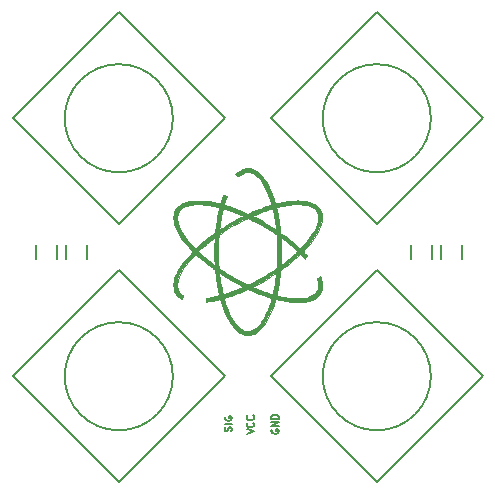
<source format=gto>
%TF.GenerationSoftware,KiCad,Pcbnew,4.0.7*%
%TF.CreationDate,2018-07-15T20:14:49+02:00*%
%TF.ProjectId,KeyPad,4B65795061642E6B696361645F706362,v1.0*%
%TF.FileFunction,Legend,Top*%
%FSLAX46Y46*%
G04 Gerber Fmt 4.6, Leading zero omitted, Abs format (unit mm)*
G04 Created by KiCad (PCBNEW 4.0.7) date 07/15/18 20:14:49*
%MOMM*%
%LPD*%
G01*
G04 APERTURE LIST*
%ADD10C,0.127000*%
%ADD11C,0.150000*%
%ADD12C,0.010000*%
G04 APERTURE END LIST*
D10*
X18048257Y-34599485D02*
X18076829Y-34513771D01*
X18076829Y-34370914D01*
X18048257Y-34313771D01*
X18019686Y-34285200D01*
X17962543Y-34256628D01*
X17905400Y-34256628D01*
X17848257Y-34285200D01*
X17819686Y-34313771D01*
X17791114Y-34370914D01*
X17762543Y-34485200D01*
X17733971Y-34542342D01*
X17705400Y-34570914D01*
X17648257Y-34599485D01*
X17591114Y-34599485D01*
X17533971Y-34570914D01*
X17505400Y-34542342D01*
X17476829Y-34485200D01*
X17476829Y-34342342D01*
X17505400Y-34256628D01*
X18076829Y-33999485D02*
X17476829Y-33999485D01*
X17505400Y-33399485D02*
X17476829Y-33456628D01*
X17476829Y-33542342D01*
X17505400Y-33628057D01*
X17562543Y-33685199D01*
X17619686Y-33713771D01*
X17733971Y-33742342D01*
X17819686Y-33742342D01*
X17933971Y-33713771D01*
X17991114Y-33685199D01*
X18048257Y-33628057D01*
X18076829Y-33542342D01*
X18076829Y-33485199D01*
X18048257Y-33399485D01*
X18019686Y-33370914D01*
X17819686Y-33370914D01*
X17819686Y-33485199D01*
X19350929Y-34836000D02*
X19950929Y-34636000D01*
X19350929Y-34436000D01*
X19893786Y-33893143D02*
X19922357Y-33921714D01*
X19950929Y-34007428D01*
X19950929Y-34064571D01*
X19922357Y-34150286D01*
X19865214Y-34207428D01*
X19808071Y-34236000D01*
X19693786Y-34264571D01*
X19608071Y-34264571D01*
X19493786Y-34236000D01*
X19436643Y-34207428D01*
X19379500Y-34150286D01*
X19350929Y-34064571D01*
X19350929Y-34007428D01*
X19379500Y-33921714D01*
X19408071Y-33893143D01*
X19893786Y-33293143D02*
X19922357Y-33321714D01*
X19950929Y-33407428D01*
X19950929Y-33464571D01*
X19922357Y-33550286D01*
X19865214Y-33607428D01*
X19808071Y-33636000D01*
X19693786Y-33664571D01*
X19608071Y-33664571D01*
X19493786Y-33636000D01*
X19436643Y-33607428D01*
X19379500Y-33550286D01*
X19350929Y-33464571D01*
X19350929Y-33407428D01*
X19379500Y-33321714D01*
X19408071Y-33293143D01*
X21467800Y-34493142D02*
X21439229Y-34550285D01*
X21439229Y-34635999D01*
X21467800Y-34721714D01*
X21524943Y-34778856D01*
X21582086Y-34807428D01*
X21696371Y-34835999D01*
X21782086Y-34835999D01*
X21896371Y-34807428D01*
X21953514Y-34778856D01*
X22010657Y-34721714D01*
X22039229Y-34635999D01*
X22039229Y-34578856D01*
X22010657Y-34493142D01*
X21982086Y-34464571D01*
X21782086Y-34464571D01*
X21782086Y-34578856D01*
X22039229Y-34207428D02*
X21439229Y-34207428D01*
X22039229Y-33864571D01*
X21439229Y-33864571D01*
X22039229Y-33578857D02*
X21439229Y-33578857D01*
X21439229Y-33436000D01*
X21467800Y-33350285D01*
X21524943Y-33293143D01*
X21582086Y-33264571D01*
X21696371Y-33236000D01*
X21782086Y-33236000D01*
X21896371Y-33264571D01*
X21953514Y-33293143D01*
X22010657Y-33350285D01*
X22039229Y-33436000D01*
X22039229Y-33578857D01*
D11*
X34932050Y-8128000D02*
G75*
G03X34932050Y-8128000I-4579050J0D01*
G01*
X21372744Y-8128000D02*
X30353000Y852256D01*
X30353000Y852256D02*
X39333256Y-8128000D01*
X39333256Y-8128000D02*
X30353000Y-17108256D01*
X30353000Y-17108256D02*
X21372744Y-8128000D01*
X13088050Y-8128000D02*
G75*
G03X13088050Y-8128000I-4579050J0D01*
G01*
X-471256Y-8128000D02*
X8509000Y852256D01*
X8509000Y852256D02*
X17489256Y-8128000D01*
X17489256Y-8128000D02*
X8509000Y-17108256D01*
X8509000Y-17108256D02*
X-471256Y-8128000D01*
X4078000Y-20031000D02*
X4078000Y-18831000D01*
X5828000Y-18831000D02*
X5828000Y-20031000D01*
X3288000Y-18831000D02*
X3288000Y-20031000D01*
X1538000Y-20031000D02*
X1538000Y-18831000D01*
X37578000Y-18831000D02*
X37578000Y-20031000D01*
X35828000Y-20031000D02*
X35828000Y-18831000D01*
X33288000Y-20031000D02*
X33288000Y-18831000D01*
X35038000Y-18831000D02*
X35038000Y-20031000D01*
X13088050Y-29972000D02*
G75*
G03X13088050Y-29972000I-4579050J0D01*
G01*
X-471256Y-29972000D02*
X8509000Y-20991744D01*
X8509000Y-20991744D02*
X17489256Y-29972000D01*
X17489256Y-29972000D02*
X8509000Y-38952256D01*
X8509000Y-38952256D02*
X-471256Y-29972000D01*
X34932050Y-29972000D02*
G75*
G03X34932050Y-29972000I-4579050J0D01*
G01*
X21372744Y-29972000D02*
X30353000Y-20991744D01*
X30353000Y-20991744D02*
X39333256Y-29972000D01*
X39333256Y-29972000D02*
X30353000Y-38952256D01*
X30353000Y-38952256D02*
X21372744Y-29972000D01*
D12*
G36*
X19512281Y-12370309D02*
X19579253Y-12372062D01*
X19631710Y-12375859D01*
X19676506Y-12382457D01*
X19720492Y-12392612D01*
X19770520Y-12407082D01*
X19775853Y-12408713D01*
X19962024Y-12480392D01*
X20143626Y-12579553D01*
X20320368Y-12705784D01*
X20491959Y-12858672D01*
X20658110Y-13037804D01*
X20818531Y-13242767D01*
X20972930Y-13473147D01*
X21121017Y-13728533D01*
X21262503Y-14008509D01*
X21397097Y-14312665D01*
X21524508Y-14640586D01*
X21644446Y-14991860D01*
X21686702Y-15127112D01*
X21710484Y-15202919D01*
X21732214Y-15268155D01*
X21750351Y-15318502D01*
X21763350Y-15349641D01*
X21769107Y-15357812D01*
X21785910Y-15354091D01*
X21825618Y-15345061D01*
X21883641Y-15331772D01*
X21955391Y-15315275D01*
X22029740Y-15298131D01*
X22439592Y-15212403D01*
X22838313Y-15146875D01*
X23004627Y-15125186D01*
X23116415Y-15114062D01*
X23244590Y-15105115D01*
X23383646Y-15098418D01*
X23528079Y-15094042D01*
X23672384Y-15092059D01*
X23811056Y-15092542D01*
X23938590Y-15095562D01*
X24049480Y-15101191D01*
X24138222Y-15109502D01*
X24144112Y-15110274D01*
X24394254Y-15152109D01*
X24620521Y-15207417D01*
X24824099Y-15276691D01*
X25006175Y-15360425D01*
X25167934Y-15459111D01*
X25310562Y-15573244D01*
X25352168Y-15612922D01*
X25474575Y-15753533D01*
X25572153Y-15906658D01*
X25645076Y-16071718D01*
X25693516Y-16248138D01*
X25717648Y-16435340D01*
X25717646Y-16632748D01*
X25693683Y-16839785D01*
X25645934Y-17055875D01*
X25574571Y-17280440D01*
X25479769Y-17512904D01*
X25361701Y-17752691D01*
X25220542Y-17999223D01*
X25056464Y-18251924D01*
X24869643Y-18510217D01*
X24660250Y-18773525D01*
X24428461Y-19041272D01*
X24266296Y-19216964D01*
X24212088Y-19274874D01*
X24165401Y-19325840D01*
X24129419Y-19366297D01*
X24107324Y-19392682D01*
X24101778Y-19401167D01*
X24111159Y-19415997D01*
X24135086Y-19442523D01*
X24152711Y-19459982D01*
X24180992Y-19488240D01*
X24223185Y-19531967D01*
X24274169Y-19585790D01*
X24328825Y-19644335D01*
X24344269Y-19661036D01*
X24484895Y-19813461D01*
X24402697Y-19867259D01*
X24353144Y-19902290D01*
X24307008Y-19939242D01*
X24278760Y-19965614D01*
X24237019Y-20010172D01*
X24051630Y-19815895D01*
X23866240Y-19621619D01*
X23705315Y-19770768D01*
X23349878Y-20087305D01*
X22968058Y-20402453D01*
X22558961Y-20716949D01*
X22535117Y-20734637D01*
X22436492Y-20807620D01*
X22358134Y-20865714D01*
X22297724Y-20910954D01*
X22252942Y-20945375D01*
X22221469Y-20971009D01*
X22200987Y-20989892D01*
X22189177Y-21004057D01*
X22183718Y-21015539D01*
X22182293Y-21026372D01*
X22182581Y-21038590D01*
X22182658Y-21043796D01*
X22180425Y-21095104D01*
X22174078Y-21170477D01*
X22164123Y-21266141D01*
X22151067Y-21378319D01*
X22135417Y-21503237D01*
X22117679Y-21637119D01*
X22098359Y-21776188D01*
X22077966Y-21916671D01*
X22057004Y-22054791D01*
X22035980Y-22186773D01*
X22015402Y-22308841D01*
X22005233Y-22366112D01*
X21988810Y-22454223D01*
X21969819Y-22551965D01*
X21949261Y-22654571D01*
X21928140Y-22757274D01*
X21907461Y-22855306D01*
X21888226Y-22943901D01*
X21871439Y-23018291D01*
X21858103Y-23073709D01*
X21850335Y-23102008D01*
X21851323Y-23112611D01*
X21863999Y-23122732D01*
X21892214Y-23133835D01*
X21939819Y-23147384D01*
X22010663Y-23164846D01*
X22023413Y-23167865D01*
X22321241Y-23234117D01*
X22599093Y-23287247D01*
X22861674Y-23327821D01*
X23113688Y-23356410D01*
X23359838Y-23373582D01*
X23604829Y-23379905D01*
X23765841Y-23378463D01*
X23929961Y-23373054D01*
X24072139Y-23364082D01*
X24198515Y-23350749D01*
X24315235Y-23332257D01*
X24428440Y-23307806D01*
X24540231Y-23277778D01*
X24724560Y-23212968D01*
X24888856Y-23132047D01*
X25032074Y-23035937D01*
X25153168Y-22925561D01*
X25251093Y-22801841D01*
X25324805Y-22665700D01*
X25365343Y-22549556D01*
X25389887Y-22416849D01*
X25397294Y-22266682D01*
X25387759Y-22103868D01*
X25361478Y-21933220D01*
X25335844Y-21821678D01*
X25321041Y-21763677D01*
X25309408Y-21716146D01*
X25302503Y-21685552D01*
X25301276Y-21678018D01*
X25313166Y-21667050D01*
X25343327Y-21650909D01*
X25363573Y-21642016D01*
X25411192Y-21619941D01*
X25467389Y-21590418D01*
X25502914Y-21569997D01*
X25580010Y-21523572D01*
X25623764Y-21666147D01*
X25659733Y-21790181D01*
X25685512Y-21897689D01*
X25702533Y-21997866D01*
X25712226Y-22099904D01*
X25716021Y-22212997D01*
X25716216Y-22260278D01*
X25714209Y-22373560D01*
X25707658Y-22467517D01*
X25695026Y-22550885D01*
X25674775Y-22632401D01*
X25645368Y-22720802D01*
X25626243Y-22771627D01*
X25550552Y-22928676D01*
X25450197Y-23073801D01*
X25326522Y-23206035D01*
X25180872Y-23324408D01*
X25014591Y-23427952D01*
X24829024Y-23515699D01*
X24625515Y-23586681D01*
X24426334Y-23635793D01*
X24329808Y-23654551D01*
X24243457Y-23669309D01*
X24161717Y-23680517D01*
X24079024Y-23688624D01*
X23989812Y-23694081D01*
X23888518Y-23697337D01*
X23769577Y-23698841D01*
X23643167Y-23699070D01*
X23416546Y-23695453D01*
X23199343Y-23684752D01*
X22985570Y-23666232D01*
X22769238Y-23639155D01*
X22544357Y-23602786D01*
X22304939Y-23556388D01*
X22076834Y-23506533D01*
X21994176Y-23487688D01*
X21919547Y-23470723D01*
X21857906Y-23456761D01*
X21814210Y-23446926D01*
X21794028Y-23442468D01*
X21779152Y-23442554D01*
X21766994Y-23453308D01*
X21754835Y-23479620D01*
X21739954Y-23526381D01*
X21732070Y-23553890D01*
X21640618Y-23856097D01*
X21538831Y-24152385D01*
X21428153Y-24439570D01*
X21310027Y-24714472D01*
X21185896Y-24973908D01*
X21057203Y-25214696D01*
X20925392Y-25433654D01*
X20791907Y-25627600D01*
X20790766Y-25629137D01*
X20627366Y-25831891D01*
X20458621Y-26007592D01*
X20284757Y-26156067D01*
X20105997Y-26277142D01*
X19922565Y-26370644D01*
X19755556Y-26430532D01*
X19678944Y-26447146D01*
X19584600Y-26459199D01*
X19481109Y-26466370D01*
X19377057Y-26468340D01*
X19281029Y-26464788D01*
X19201610Y-26455397D01*
X19184056Y-26451802D01*
X18996290Y-26395294D01*
X18814858Y-26313661D01*
X18639170Y-26206429D01*
X18468637Y-26073124D01*
X18302673Y-25913271D01*
X18140687Y-25726396D01*
X17982091Y-25512026D01*
X17939769Y-25449361D01*
X17811553Y-25241784D01*
X17685373Y-25009780D01*
X17562881Y-24757143D01*
X17445727Y-24487666D01*
X17335561Y-24205142D01*
X17234036Y-23913365D01*
X17144485Y-23622000D01*
X17125481Y-23557745D01*
X17108367Y-23503382D01*
X17095043Y-23464715D01*
X17087487Y-23447641D01*
X17070851Y-23446567D01*
X17031856Y-23451587D01*
X16975495Y-23461841D01*
X16906761Y-23476467D01*
X16867630Y-23485552D01*
X16665309Y-23531431D01*
X16461109Y-23573238D01*
X16265625Y-23608879D01*
X16143112Y-23628523D01*
X16077477Y-23638409D01*
X16018758Y-23647350D01*
X15974799Y-23654147D01*
X15957382Y-23656925D01*
X15919818Y-23663131D01*
X15922104Y-23501521D01*
X15924214Y-23352240D01*
X17399000Y-23352240D01*
X17403232Y-23372874D01*
X17415004Y-23415900D01*
X17432937Y-23476938D01*
X17455647Y-23551606D01*
X17481753Y-23635523D01*
X17509875Y-23724306D01*
X17538628Y-23813576D01*
X17566633Y-23898950D01*
X17592508Y-23976046D01*
X17614870Y-24040484D01*
X17624097Y-24066030D01*
X17746199Y-24378450D01*
X17873794Y-24667322D01*
X18006526Y-24932164D01*
X18144038Y-25172494D01*
X18285972Y-25387830D01*
X18431972Y-25577690D01*
X18581679Y-25741591D01*
X18734738Y-25879052D01*
X18890790Y-25989590D01*
X19049479Y-26072724D01*
X19135486Y-26105832D01*
X19285970Y-26143423D01*
X19436610Y-26154076D01*
X19591347Y-26137940D01*
X19649723Y-26125382D01*
X19799149Y-26075243D01*
X19949247Y-25997664D01*
X20099160Y-25893387D01*
X20248029Y-25763153D01*
X20394994Y-25607703D01*
X20539197Y-25427779D01*
X20661790Y-25251834D01*
X20720637Y-25156640D01*
X20786509Y-25040912D01*
X20856455Y-24910518D01*
X20927524Y-24771322D01*
X20996764Y-24629192D01*
X21061222Y-24489994D01*
X21117949Y-24359593D01*
X21148143Y-24285223D01*
X21182375Y-24195593D01*
X21218506Y-24096771D01*
X21255446Y-23992158D01*
X21292105Y-23885157D01*
X21327392Y-23779170D01*
X21360217Y-23677599D01*
X21389488Y-23583845D01*
X21414116Y-23501312D01*
X21433010Y-23433400D01*
X21445079Y-23383512D01*
X21449232Y-23355051D01*
X21447965Y-23349891D01*
X21433566Y-23344543D01*
X21395557Y-23331456D01*
X21337139Y-23311706D01*
X21261512Y-23286364D01*
X21171877Y-23256507D01*
X21071435Y-23223207D01*
X21004389Y-23201056D01*
X20725396Y-23105592D01*
X20440273Y-23001603D01*
X20157674Y-22892425D01*
X19886249Y-22781393D01*
X19652093Y-22679689D01*
X19428685Y-22579475D01*
X19221704Y-22671651D01*
X19064038Y-22740378D01*
X18895101Y-22811330D01*
X18718557Y-22883139D01*
X18538069Y-22954443D01*
X18357301Y-23023875D01*
X18179916Y-23090071D01*
X18009578Y-23151665D01*
X17849950Y-23207293D01*
X17704696Y-23255590D01*
X17577478Y-23295191D01*
X17471961Y-23324730D01*
X17462432Y-23327156D01*
X17424940Y-23338371D01*
X17402174Y-23348601D01*
X17399000Y-23352240D01*
X15924214Y-23352240D01*
X15924389Y-23339910D01*
X15966723Y-23332755D01*
X16002509Y-23327020D01*
X16054556Y-23319041D01*
X16107834Y-23311102D01*
X16222504Y-23292658D01*
X16355499Y-23268600D01*
X16497902Y-23240687D01*
X16640797Y-23210677D01*
X16775265Y-23180330D01*
X16797208Y-23175129D01*
X17006805Y-23125052D01*
X16998971Y-23087776D01*
X16993574Y-23062538D01*
X16983280Y-23014771D01*
X16969178Y-22949523D01*
X16952360Y-22871844D01*
X16933918Y-22786785D01*
X16933832Y-22786389D01*
X16886079Y-22554111D01*
X16839542Y-22304287D01*
X16796132Y-22047583D01*
X16764818Y-21843601D01*
X16757068Y-21787864D01*
X16747486Y-21714761D01*
X16736596Y-21628722D01*
X16724923Y-21534174D01*
X16712991Y-21435545D01*
X16701325Y-21337263D01*
X16690449Y-21243757D01*
X16688092Y-21222975D01*
X17008634Y-21222975D01*
X17027323Y-21381793D01*
X17065725Y-21681787D01*
X17110323Y-21983830D01*
X17159836Y-22280235D01*
X17212986Y-22563320D01*
X17264900Y-22809423D01*
X17281620Y-22884391D01*
X17295922Y-22949141D01*
X17306766Y-22998916D01*
X17313113Y-23028957D01*
X17314334Y-23035628D01*
X17327269Y-23034686D01*
X17364477Y-23025244D01*
X17423560Y-23008034D01*
X17502124Y-22983791D01*
X17597769Y-22953246D01*
X17708101Y-22917132D01*
X17779270Y-22893458D01*
X18112874Y-22776682D01*
X18452722Y-22647899D01*
X18776299Y-22515948D01*
X19033037Y-22407261D01*
X19825276Y-22407261D01*
X19826993Y-22408658D01*
X19851217Y-22420192D01*
X19897461Y-22440422D01*
X19961520Y-22467622D01*
X20039188Y-22500065D01*
X20126257Y-22536023D01*
X20218521Y-22573771D01*
X20311776Y-22611581D01*
X20401813Y-22647725D01*
X20484428Y-22680478D01*
X20555413Y-22708113D01*
X20569709Y-22713584D01*
X20645454Y-22741816D01*
X20734150Y-22773817D01*
X20832081Y-22808347D01*
X20935531Y-22844165D01*
X21040786Y-22880032D01*
X21144129Y-22914706D01*
X21241845Y-22946949D01*
X21330217Y-22975518D01*
X21405531Y-22999175D01*
X21464071Y-23016678D01*
X21502121Y-23026788D01*
X21514047Y-23028806D01*
X21533690Y-23023942D01*
X21546900Y-23004120D01*
X21558026Y-22962784D01*
X21558127Y-22962306D01*
X21603340Y-22746474D01*
X21642611Y-22553333D01*
X21676768Y-22378174D01*
X21706641Y-22216291D01*
X21733058Y-22062975D01*
X21756849Y-21913518D01*
X21778842Y-21763214D01*
X21799866Y-21607354D01*
X21808374Y-21540942D01*
X21819238Y-21454147D01*
X21828765Y-21376427D01*
X21836418Y-21312308D01*
X21841657Y-21266320D01*
X21843944Y-21242990D01*
X21844000Y-21241556D01*
X21832955Y-21242718D01*
X21802485Y-21257408D01*
X21756592Y-21283413D01*
X21699276Y-21318519D01*
X21664084Y-21341067D01*
X21380962Y-21520921D01*
X21084135Y-21701514D01*
X20780907Y-21878640D01*
X20478585Y-22048092D01*
X20184474Y-22205667D01*
X19982168Y-22309270D01*
X19907210Y-22347954D01*
X19856963Y-22376611D01*
X19830096Y-22396096D01*
X19825276Y-22407261D01*
X19033037Y-22407261D01*
X19047284Y-22401230D01*
X18762892Y-22253143D01*
X18308652Y-22009697D01*
X17872599Y-21761455D01*
X17444721Y-21502550D01*
X17045067Y-21246871D01*
X17008634Y-21222975D01*
X16688092Y-21222975D01*
X16680887Y-21159455D01*
X16673165Y-21088784D01*
X16667805Y-21036173D01*
X16665333Y-21006050D01*
X16665227Y-21002609D01*
X16654302Y-20989577D01*
X16623997Y-20963265D01*
X16578014Y-20926638D01*
X16520055Y-20882655D01*
X16464139Y-20841702D01*
X16203264Y-20648695D01*
X15941336Y-20445596D01*
X15685658Y-20238283D01*
X15443533Y-20032635D01*
X15291833Y-19898081D01*
X15226799Y-19839395D01*
X15163873Y-19782846D01*
X15108219Y-19733055D01*
X15065000Y-19694648D01*
X15046255Y-19678180D01*
X14981678Y-19621970D01*
X14856123Y-19755791D01*
X14602303Y-20036082D01*
X14373143Y-20309528D01*
X14168878Y-20575753D01*
X13989743Y-20834379D01*
X13835973Y-21085032D01*
X13707802Y-21327333D01*
X13605464Y-21560907D01*
X13529196Y-21785377D01*
X13489199Y-21947749D01*
X13466847Y-22097061D01*
X13459378Y-22247465D01*
X13466348Y-22393232D01*
X13487317Y-22528634D01*
X13521843Y-22647944D01*
X13547729Y-22707164D01*
X13630969Y-22841808D01*
X13735015Y-22961277D01*
X13855368Y-23060483D01*
X13867053Y-23068382D01*
X13905752Y-23095739D01*
X13932755Y-23118005D01*
X13941778Y-23129421D01*
X13938454Y-23148309D01*
X13929844Y-23185514D01*
X13920612Y-23222110D01*
X13908345Y-23283110D01*
X13900705Y-23347867D01*
X13899445Y-23378021D01*
X13897601Y-23419596D01*
X13892861Y-23446696D01*
X13888638Y-23452667D01*
X13867188Y-23444982D01*
X13828551Y-23424314D01*
X13778392Y-23394243D01*
X13722376Y-23358350D01*
X13666165Y-23320213D01*
X13615424Y-23283414D01*
X13592297Y-23265362D01*
X13478797Y-23158322D01*
X13375141Y-23030898D01*
X13286460Y-22890531D01*
X13217885Y-22744665D01*
X13200919Y-22697723D01*
X13166553Y-22564351D01*
X13145186Y-22413654D01*
X13137256Y-22253577D01*
X13143199Y-22092066D01*
X13160117Y-21955848D01*
X13213002Y-21720615D01*
X13292799Y-21477622D01*
X13399527Y-21226839D01*
X13533205Y-20968233D01*
X13693852Y-20701772D01*
X13881486Y-20427427D01*
X14096127Y-20145164D01*
X14337794Y-19854952D01*
X14584864Y-19579993D01*
X14753239Y-19398744D01*
X15213239Y-19398744D01*
X15392425Y-19561396D01*
X15521277Y-19677371D01*
X15640125Y-19782017D01*
X15756972Y-19882186D01*
X15879821Y-19984730D01*
X16016676Y-20096502D01*
X16030223Y-20107466D01*
X16111837Y-20172900D01*
X16196679Y-20239895D01*
X16281705Y-20306148D01*
X16363870Y-20369353D01*
X16440129Y-20427208D01*
X16507438Y-20477406D01*
X16562752Y-20517644D01*
X16603026Y-20545618D01*
X16625217Y-20559023D01*
X16627947Y-20559860D01*
X16634477Y-20548415D01*
X16632388Y-20528139D01*
X16629972Y-20506556D01*
X16626763Y-20460459D01*
X16622953Y-20393538D01*
X16618732Y-20309484D01*
X16614292Y-20211989D01*
X16609822Y-20104741D01*
X16607761Y-20051889D01*
X16602809Y-19887625D01*
X16599647Y-19706077D01*
X16598220Y-19512986D01*
X16598292Y-19457084D01*
X16925925Y-19457084D01*
X16926239Y-19644633D01*
X16927610Y-19827974D01*
X16930036Y-20004253D01*
X16933519Y-20170619D01*
X16938058Y-20324218D01*
X16943652Y-20462197D01*
X16950303Y-20581702D01*
X16958009Y-20679881D01*
X16966772Y-20753881D01*
X16970671Y-20776576D01*
X16976215Y-20791149D01*
X16989092Y-20808094D01*
X17011932Y-20829441D01*
X17047365Y-20857219D01*
X17098022Y-20893455D01*
X17166534Y-20940178D01*
X17255530Y-20999417D01*
X17284033Y-21018229D01*
X17565692Y-21199584D01*
X17863405Y-21383283D01*
X18166430Y-21562801D01*
X18400889Y-21696468D01*
X18459435Y-21728708D01*
X18532961Y-21768365D01*
X18618279Y-21813793D01*
X18712200Y-21863346D01*
X18811537Y-21915378D01*
X18913101Y-21968240D01*
X19013706Y-22020287D01*
X19110161Y-22069872D01*
X19199281Y-22115348D01*
X19277876Y-22155070D01*
X19342758Y-22187389D01*
X19390740Y-22210659D01*
X19418634Y-22223235D01*
X19424154Y-22225000D01*
X19438290Y-22218895D01*
X19474445Y-22201619D01*
X19529448Y-22174734D01*
X19600130Y-22139801D01*
X19683322Y-22098383D01*
X19775855Y-22052041D01*
X19809029Y-22035366D01*
X20180147Y-21843926D01*
X20531958Y-21652337D01*
X20872971Y-21455689D01*
X21211696Y-21249070D01*
X21556644Y-21027572D01*
X21563518Y-21023053D01*
X21882758Y-20813099D01*
X21891530Y-20704133D01*
X21904257Y-20529253D01*
X21905227Y-20512223D01*
X22227282Y-20512223D01*
X22227465Y-20546370D01*
X22230847Y-20559878D01*
X22230988Y-20559889D01*
X22244908Y-20551827D01*
X22277161Y-20529600D01*
X22323631Y-20496149D01*
X22380202Y-20454413D01*
X22412548Y-20430184D01*
X22583690Y-20299073D01*
X22759716Y-20160010D01*
X22935714Y-20017080D01*
X23106772Y-19874369D01*
X23267977Y-19735964D01*
X23414418Y-19605948D01*
X23514751Y-19513443D01*
X23640334Y-19395276D01*
X23437140Y-19211379D01*
X23252479Y-19046322D01*
X23078976Y-18895893D01*
X22908935Y-18753717D01*
X22734657Y-18613424D01*
X22548445Y-18468639D01*
X22445178Y-18390090D01*
X22378818Y-18340481D01*
X22320407Y-18297845D01*
X22273539Y-18264723D01*
X22241806Y-18243652D01*
X22228801Y-18237170D01*
X22228757Y-18237207D01*
X22227751Y-18252384D01*
X22228110Y-18291889D01*
X22229715Y-18351866D01*
X22232447Y-18428458D01*
X22236187Y-18517811D01*
X22239850Y-18596410D01*
X22242891Y-18677017D01*
X22245337Y-18778976D01*
X22247204Y-18898791D01*
X22248512Y-19032964D01*
X22249278Y-19178000D01*
X22249520Y-19330401D01*
X22249255Y-19486672D01*
X22248501Y-19643315D01*
X22247277Y-19796833D01*
X22245599Y-19943732D01*
X22243486Y-20080513D01*
X22240955Y-20203681D01*
X22238025Y-20309739D01*
X22234712Y-20395190D01*
X22231036Y-20456537D01*
X22230347Y-20464639D01*
X22227282Y-20512223D01*
X21905227Y-20512223D01*
X21914440Y-20350557D01*
X21922226Y-20163493D01*
X21927760Y-19963508D01*
X21931188Y-19746051D01*
X21932656Y-19506569D01*
X21932734Y-19416889D01*
X21932315Y-19228159D01*
X21931060Y-19061329D01*
X21928770Y-18910087D01*
X21925243Y-18768117D01*
X21920280Y-18629107D01*
X21913681Y-18486742D01*
X21905244Y-18334707D01*
X21894769Y-18166691D01*
X21891448Y-18115976D01*
X21882415Y-17979230D01*
X21605680Y-17797266D01*
X21179387Y-17524630D01*
X20756464Y-17270061D01*
X20327505Y-17028140D01*
X19883107Y-16793450D01*
X19717825Y-16709835D01*
X19433149Y-16567386D01*
X19266269Y-16646614D01*
X19021705Y-16766685D01*
X18760518Y-16902256D01*
X18487585Y-17050543D01*
X18207781Y-17208763D01*
X17925983Y-17374131D01*
X17647066Y-17543863D01*
X17375907Y-17715176D01*
X17242014Y-17802363D01*
X16979193Y-17975360D01*
X16970630Y-18050541D01*
X16961437Y-18147574D01*
X16953301Y-18266076D01*
X16946221Y-18403195D01*
X16940197Y-18556078D01*
X16935230Y-18721870D01*
X16931320Y-18897720D01*
X16928465Y-19080775D01*
X16926667Y-19268180D01*
X16925925Y-19457084D01*
X16598292Y-19457084D01*
X16598477Y-19314093D01*
X16600364Y-19115138D01*
X16603830Y-18921863D01*
X16608821Y-18740007D01*
X16615286Y-18575313D01*
X16622497Y-18443760D01*
X16626792Y-18370985D01*
X16629664Y-18308814D01*
X16630935Y-18262392D01*
X16630432Y-18236866D01*
X16629672Y-18233635D01*
X16615828Y-18238933D01*
X16582628Y-18260281D01*
X16532514Y-18295797D01*
X16467924Y-18343601D01*
X16391296Y-18401811D01*
X16305071Y-18468545D01*
X16211687Y-18541922D01*
X16113583Y-18620061D01*
X16013199Y-18701079D01*
X15912973Y-18783097D01*
X15853834Y-18832083D01*
X15745754Y-18922471D01*
X15653467Y-19000741D01*
X15570710Y-19072380D01*
X15491219Y-19142876D01*
X15408733Y-19217719D01*
X15316986Y-19302395D01*
X15314814Y-19304412D01*
X15213239Y-19398744D01*
X14753239Y-19398744D01*
X14756102Y-19395663D01*
X14615572Y-19247526D01*
X14352604Y-18959365D01*
X14114171Y-18675273D01*
X13900606Y-18395784D01*
X13712244Y-18121432D01*
X13549417Y-17852749D01*
X13412460Y-17590268D01*
X13301707Y-17334523D01*
X13217491Y-17086047D01*
X13184691Y-16961556D01*
X13164323Y-16854395D01*
X13149541Y-16732997D01*
X13140791Y-16606115D01*
X13138700Y-16492487D01*
X13460190Y-16492487D01*
X13462230Y-16617712D01*
X13472956Y-16742617D01*
X13489267Y-16843977D01*
X13543783Y-17054378D01*
X13623326Y-17274930D01*
X13727141Y-17504299D01*
X13854474Y-17741152D01*
X14004572Y-17984155D01*
X14176682Y-18231974D01*
X14370048Y-18483276D01*
X14512797Y-18654889D01*
X14579689Y-18732021D01*
X14649314Y-18810674D01*
X14718989Y-18887979D01*
X14786034Y-18961068D01*
X14847767Y-19027071D01*
X14901506Y-19083120D01*
X14944570Y-19126346D01*
X14974277Y-19153879D01*
X14987631Y-19162889D01*
X15002693Y-19153735D01*
X15033415Y-19128881D01*
X15075162Y-19092243D01*
X15118174Y-19052579D01*
X15298312Y-18887613D01*
X15497954Y-18713272D01*
X15711892Y-18533815D01*
X15934921Y-18353500D01*
X16161833Y-18176586D01*
X16387422Y-18007333D01*
X16466634Y-17949585D01*
X16539895Y-17896064D01*
X16593137Y-17855513D01*
X16629617Y-17824941D01*
X16652592Y-17801357D01*
X16665318Y-17781770D01*
X16671052Y-17763188D01*
X16671316Y-17761596D01*
X16675298Y-17731715D01*
X16681454Y-17680075D01*
X16689059Y-17612989D01*
X16696801Y-17542139D01*
X17018000Y-17542139D01*
X17023562Y-17548102D01*
X17041856Y-17543146D01*
X17075292Y-17525994D01*
X17126284Y-17495370D01*
X17197244Y-17449997D01*
X17219084Y-17435743D01*
X17295460Y-17386444D01*
X17388398Y-17327550D01*
X17490197Y-17263880D01*
X17593152Y-17200248D01*
X17689561Y-17141471D01*
X17695274Y-17138020D01*
X17887116Y-17024026D01*
X18087588Y-16908256D01*
X18289907Y-16794488D01*
X18487288Y-16686502D01*
X18672949Y-16588076D01*
X18792421Y-16526832D01*
X18867741Y-16488435D01*
X18933588Y-16454038D01*
X18986106Y-16425725D01*
X19021434Y-16405580D01*
X19035716Y-16395688D01*
X19035838Y-16395349D01*
X19033312Y-16393629D01*
X19809676Y-16393629D01*
X20075422Y-16531484D01*
X20387871Y-16697250D01*
X20699575Y-16869751D01*
X21004330Y-17045394D01*
X21295931Y-17220586D01*
X21568171Y-17391736D01*
X21625014Y-17428597D01*
X21692923Y-17472647D01*
X21752099Y-17510555D01*
X21798748Y-17539928D01*
X21829073Y-17558373D01*
X21839284Y-17563642D01*
X21838475Y-17549443D01*
X21834538Y-17511540D01*
X21827967Y-17454221D01*
X21819254Y-17381772D01*
X21808894Y-17298478D01*
X21807298Y-17285860D01*
X21767792Y-16994815D01*
X21724613Y-16718359D01*
X21675575Y-16442899D01*
X21652210Y-16321715D01*
X21631986Y-16220961D01*
X21611271Y-16121237D01*
X21590952Y-16026476D01*
X21571911Y-15940611D01*
X21555035Y-15867575D01*
X21541209Y-15811300D01*
X21531317Y-15775720D01*
X21526915Y-15764878D01*
X21511706Y-15766631D01*
X21473955Y-15776097D01*
X21417866Y-15791979D01*
X21347641Y-15812978D01*
X21267484Y-15837795D01*
X21181597Y-15865131D01*
X21094183Y-15893688D01*
X21009446Y-15922166D01*
X20940889Y-15945967D01*
X20755187Y-16012919D01*
X20566624Y-16083284D01*
X20380922Y-16154813D01*
X20203804Y-16225262D01*
X20040991Y-16292382D01*
X19898205Y-16353926D01*
X19870811Y-16366152D01*
X19809676Y-16393629D01*
X19033312Y-16393629D01*
X19023262Y-16386788D01*
X18987722Y-16369407D01*
X18932569Y-16344594D01*
X18861151Y-16313734D01*
X18776818Y-16278215D01*
X18682918Y-16239423D01*
X18582800Y-16198745D01*
X18479815Y-16157567D01*
X18377310Y-16117277D01*
X18278636Y-16079261D01*
X18209454Y-16053186D01*
X18095537Y-16011413D01*
X17979108Y-15969953D01*
X17863289Y-15929810D01*
X17751203Y-15891985D01*
X17645972Y-15857481D01*
X17550719Y-15827300D01*
X17468565Y-15802443D01*
X17402634Y-15783914D01*
X17356047Y-15772714D01*
X17331927Y-15769846D01*
X17329538Y-15770761D01*
X17323419Y-15787730D01*
X17312613Y-15828095D01*
X17298077Y-15887598D01*
X17280763Y-15961982D01*
X17261626Y-16046991D01*
X17241619Y-16138366D01*
X17221698Y-16231851D01*
X17202816Y-16323188D01*
X17185926Y-16408120D01*
X17181262Y-16432389D01*
X17165514Y-16518591D01*
X17148214Y-16619251D01*
X17129946Y-16730402D01*
X17111293Y-16848077D01*
X17092840Y-16968307D01*
X17075170Y-17087127D01*
X17058866Y-17200569D01*
X17044513Y-17304665D01*
X17032693Y-17395449D01*
X17023991Y-17468954D01*
X17018990Y-17521211D01*
X17018000Y-17542139D01*
X16696801Y-17542139D01*
X16697388Y-17536769D01*
X16700792Y-17504834D01*
X16738614Y-17187398D01*
X16785846Y-16857340D01*
X16840721Y-16525520D01*
X16901474Y-16202799D01*
X16949719Y-15973778D01*
X16967975Y-15890724D01*
X16984045Y-15816432D01*
X16996938Y-15755578D01*
X17005664Y-15712839D01*
X17009231Y-15692890D01*
X17009241Y-15692783D01*
X17001056Y-15681486D01*
X16973776Y-15668041D01*
X16925970Y-15652065D01*
X16856204Y-15633172D01*
X16763046Y-15610980D01*
X16645063Y-15585103D01*
X16500822Y-15555156D01*
X16481778Y-15551291D01*
X16140082Y-15489443D01*
X15812773Y-15445088D01*
X15501025Y-15418244D01*
X15206012Y-15408930D01*
X14928906Y-15417165D01*
X14670881Y-15442968D01*
X14433111Y-15486357D01*
X14315723Y-15516485D01*
X14133353Y-15579792D01*
X13970202Y-15659722D01*
X13827451Y-15755200D01*
X13706279Y-15865146D01*
X13607867Y-15988485D01*
X13533394Y-16124138D01*
X13484040Y-16271028D01*
X13482595Y-16277167D01*
X13466943Y-16375965D01*
X13460190Y-16492487D01*
X13138700Y-16492487D01*
X13138516Y-16482501D01*
X13143163Y-16370909D01*
X13151167Y-16302158D01*
X13179337Y-16176112D01*
X13222407Y-16044383D01*
X13275746Y-15919985D01*
X13310411Y-15854861D01*
X13383832Y-15748651D01*
X13479143Y-15641293D01*
X13590698Y-15537830D01*
X13712852Y-15443301D01*
X13839960Y-15362750D01*
X13893133Y-15334465D01*
X13998581Y-15288187D01*
X14125936Y-15242966D01*
X14268895Y-15200545D01*
X14421149Y-15162663D01*
X14576394Y-15131060D01*
X14703778Y-15110738D01*
X14769099Y-15104292D01*
X14857212Y-15099286D01*
X14962725Y-15095722D01*
X15080245Y-15093596D01*
X15204379Y-15092910D01*
X15329735Y-15093663D01*
X15450920Y-15095853D01*
X15562541Y-15099480D01*
X15659205Y-15104543D01*
X15733889Y-15110861D01*
X15876502Y-15128298D01*
X16035925Y-15150632D01*
X16201842Y-15176245D01*
X16363936Y-15203521D01*
X16511888Y-15230840D01*
X16559300Y-15240291D01*
X16649139Y-15259041D01*
X16741759Y-15279097D01*
X16832220Y-15299316D01*
X16915582Y-15318553D01*
X16986904Y-15335667D01*
X17041246Y-15349514D01*
X17073667Y-15358951D01*
X17076435Y-15359954D01*
X17089337Y-15358359D01*
X17102123Y-15340341D01*
X17116968Y-15301802D01*
X17130373Y-15258286D01*
X17149441Y-15194871D01*
X17172969Y-15119278D01*
X17199461Y-15036040D01*
X17227418Y-14949689D01*
X17255343Y-14864757D01*
X17281739Y-14785775D01*
X17305108Y-14717277D01*
X17323953Y-14663795D01*
X17336776Y-14629859D01*
X17341080Y-14620571D01*
X17352167Y-14611732D01*
X17372385Y-14612218D01*
X17407743Y-14623019D01*
X17446526Y-14637972D01*
X17502911Y-14658571D01*
X17557825Y-14675410D01*
X17595195Y-14684031D01*
X17651171Y-14692981D01*
X17590544Y-14864185D01*
X17566259Y-14934632D01*
X17540058Y-15013800D01*
X17513271Y-15097300D01*
X17487229Y-15180742D01*
X17463261Y-15259735D01*
X17442698Y-15329890D01*
X17426871Y-15386815D01*
X17417108Y-15426120D01*
X17414742Y-15443416D01*
X17414939Y-15443745D01*
X17429095Y-15449218D01*
X17466874Y-15462508D01*
X17525115Y-15482537D01*
X17600657Y-15508229D01*
X17690339Y-15538508D01*
X17791000Y-15572297D01*
X17864667Y-15596916D01*
X18231016Y-15724436D01*
X18596414Y-15861895D01*
X18950908Y-16005448D01*
X19200177Y-16113255D01*
X19427965Y-16214725D01*
X19637622Y-16120788D01*
X19891018Y-16010712D01*
X20159756Y-15900315D01*
X20435697Y-15792703D01*
X20710699Y-15690983D01*
X20735758Y-15682245D01*
X21844000Y-15682245D01*
X21846978Y-15700404D01*
X21855243Y-15741366D01*
X21867798Y-15800421D01*
X21883642Y-15872859D01*
X21899768Y-15945065D01*
X21956354Y-16212413D01*
X22010353Y-16499192D01*
X22060346Y-16796637D01*
X22104914Y-17095982D01*
X22142638Y-17388459D01*
X22162681Y-17569406D01*
X22186739Y-17803311D01*
X22421064Y-17974888D01*
X22714671Y-18194298D01*
X22988245Y-18408224D01*
X23247955Y-18621671D01*
X23499968Y-18839648D01*
X23629056Y-18955571D01*
X23711709Y-19029973D01*
X23776007Y-19086069D01*
X23823764Y-19125296D01*
X23856795Y-19149086D01*
X23876917Y-19158875D01*
X23884844Y-19157686D01*
X23899638Y-19142253D01*
X23929988Y-19110180D01*
X23972160Y-19065428D01*
X24022421Y-19011956D01*
X24051966Y-18980470D01*
X24268908Y-18740480D01*
X24470820Y-18499583D01*
X24655716Y-18260471D01*
X24821612Y-18025835D01*
X24966523Y-17798370D01*
X25088464Y-17580766D01*
X25098900Y-17560471D01*
X25173826Y-17407895D01*
X25234702Y-17270441D01*
X25284470Y-17140697D01*
X25326073Y-17011254D01*
X25347169Y-16935113D01*
X25363944Y-16868895D01*
X25375751Y-16813782D01*
X25383467Y-16761949D01*
X25387968Y-16705573D01*
X25390130Y-16636830D01*
X25390831Y-16547894D01*
X25390837Y-16545278D01*
X25390693Y-16457796D01*
X25389299Y-16392023D01*
X25385942Y-16341454D01*
X25379906Y-16299580D01*
X25370475Y-16259895D01*
X25356936Y-16215891D01*
X25353508Y-16205505D01*
X25290025Y-16057738D01*
X25203285Y-15924142D01*
X25095523Y-15807764D01*
X25012664Y-15740934D01*
X24865254Y-15648941D01*
X24701956Y-15572466D01*
X24521369Y-15511204D01*
X24322094Y-15464850D01*
X24102729Y-15433099D01*
X23861874Y-15415646D01*
X23598128Y-15412187D01*
X23509973Y-15413949D01*
X23256462Y-15426038D01*
X23003213Y-15448883D01*
X22744276Y-15483295D01*
X22473698Y-15530082D01*
X22185527Y-15590055D01*
X22140334Y-15600257D01*
X22062458Y-15617975D01*
X21991642Y-15634034D01*
X21933664Y-15647128D01*
X21894299Y-15655950D01*
X21882806Y-15658481D01*
X21854696Y-15669357D01*
X21844000Y-15682245D01*
X20735758Y-15682245D01*
X20976624Y-15598259D01*
X21187733Y-15529375D01*
X21267372Y-15504210D01*
X21337137Y-15481944D01*
X21392802Y-15463944D01*
X21430141Y-15451577D01*
X21444926Y-15446210D01*
X21444986Y-15446163D01*
X21442741Y-15431444D01*
X21432833Y-15394014D01*
X21416523Y-15337934D01*
X21395077Y-15267265D01*
X21369759Y-15186070D01*
X21341833Y-15098408D01*
X21312562Y-15008343D01*
X21283213Y-14919934D01*
X21259107Y-14849006D01*
X21177483Y-14623793D01*
X21091091Y-14410276D01*
X20995121Y-14197141D01*
X20896498Y-13996129D01*
X20756491Y-13738078D01*
X20612479Y-13507951D01*
X20464465Y-13305751D01*
X20312451Y-13131482D01*
X20156438Y-12985144D01*
X19996430Y-12866741D01*
X19893044Y-12806212D01*
X19797701Y-12758958D01*
X19714845Y-12725582D01*
X19634577Y-12702774D01*
X19546998Y-12687223D01*
X19530891Y-12685091D01*
X19384520Y-12679073D01*
X19238345Y-12698687D01*
X19091094Y-12744386D01*
X18941499Y-12816621D01*
X18788289Y-12915843D01*
X18707088Y-12977999D01*
X18611120Y-13055155D01*
X18551866Y-12993306D01*
X18507617Y-12949630D01*
X18459952Y-12906287D01*
X18436167Y-12886334D01*
X18379723Y-12841210D01*
X18457334Y-12770291D01*
X18516989Y-12720061D01*
X18590972Y-12664153D01*
X18672032Y-12607472D01*
X18752920Y-12554923D01*
X18826384Y-12511409D01*
X18881235Y-12483549D01*
X18932299Y-12462550D01*
X18997768Y-12437790D01*
X19065124Y-12413972D01*
X19078300Y-12409542D01*
X19125922Y-12394332D01*
X19166834Y-12383569D01*
X19207627Y-12376496D01*
X19254892Y-12372355D01*
X19315220Y-12370390D01*
X19395203Y-12369843D01*
X19423945Y-12369842D01*
X19512281Y-12370309D01*
X19512281Y-12370309D01*
G37*
X19512281Y-12370309D02*
X19579253Y-12372062D01*
X19631710Y-12375859D01*
X19676506Y-12382457D01*
X19720492Y-12392612D01*
X19770520Y-12407082D01*
X19775853Y-12408713D01*
X19962024Y-12480392D01*
X20143626Y-12579553D01*
X20320368Y-12705784D01*
X20491959Y-12858672D01*
X20658110Y-13037804D01*
X20818531Y-13242767D01*
X20972930Y-13473147D01*
X21121017Y-13728533D01*
X21262503Y-14008509D01*
X21397097Y-14312665D01*
X21524508Y-14640586D01*
X21644446Y-14991860D01*
X21686702Y-15127112D01*
X21710484Y-15202919D01*
X21732214Y-15268155D01*
X21750351Y-15318502D01*
X21763350Y-15349641D01*
X21769107Y-15357812D01*
X21785910Y-15354091D01*
X21825618Y-15345061D01*
X21883641Y-15331772D01*
X21955391Y-15315275D01*
X22029740Y-15298131D01*
X22439592Y-15212403D01*
X22838313Y-15146875D01*
X23004627Y-15125186D01*
X23116415Y-15114062D01*
X23244590Y-15105115D01*
X23383646Y-15098418D01*
X23528079Y-15094042D01*
X23672384Y-15092059D01*
X23811056Y-15092542D01*
X23938590Y-15095562D01*
X24049480Y-15101191D01*
X24138222Y-15109502D01*
X24144112Y-15110274D01*
X24394254Y-15152109D01*
X24620521Y-15207417D01*
X24824099Y-15276691D01*
X25006175Y-15360425D01*
X25167934Y-15459111D01*
X25310562Y-15573244D01*
X25352168Y-15612922D01*
X25474575Y-15753533D01*
X25572153Y-15906658D01*
X25645076Y-16071718D01*
X25693516Y-16248138D01*
X25717648Y-16435340D01*
X25717646Y-16632748D01*
X25693683Y-16839785D01*
X25645934Y-17055875D01*
X25574571Y-17280440D01*
X25479769Y-17512904D01*
X25361701Y-17752691D01*
X25220542Y-17999223D01*
X25056464Y-18251924D01*
X24869643Y-18510217D01*
X24660250Y-18773525D01*
X24428461Y-19041272D01*
X24266296Y-19216964D01*
X24212088Y-19274874D01*
X24165401Y-19325840D01*
X24129419Y-19366297D01*
X24107324Y-19392682D01*
X24101778Y-19401167D01*
X24111159Y-19415997D01*
X24135086Y-19442523D01*
X24152711Y-19459982D01*
X24180992Y-19488240D01*
X24223185Y-19531967D01*
X24274169Y-19585790D01*
X24328825Y-19644335D01*
X24344269Y-19661036D01*
X24484895Y-19813461D01*
X24402697Y-19867259D01*
X24353144Y-19902290D01*
X24307008Y-19939242D01*
X24278760Y-19965614D01*
X24237019Y-20010172D01*
X24051630Y-19815895D01*
X23866240Y-19621619D01*
X23705315Y-19770768D01*
X23349878Y-20087305D01*
X22968058Y-20402453D01*
X22558961Y-20716949D01*
X22535117Y-20734637D01*
X22436492Y-20807620D01*
X22358134Y-20865714D01*
X22297724Y-20910954D01*
X22252942Y-20945375D01*
X22221469Y-20971009D01*
X22200987Y-20989892D01*
X22189177Y-21004057D01*
X22183718Y-21015539D01*
X22182293Y-21026372D01*
X22182581Y-21038590D01*
X22182658Y-21043796D01*
X22180425Y-21095104D01*
X22174078Y-21170477D01*
X22164123Y-21266141D01*
X22151067Y-21378319D01*
X22135417Y-21503237D01*
X22117679Y-21637119D01*
X22098359Y-21776188D01*
X22077966Y-21916671D01*
X22057004Y-22054791D01*
X22035980Y-22186773D01*
X22015402Y-22308841D01*
X22005233Y-22366112D01*
X21988810Y-22454223D01*
X21969819Y-22551965D01*
X21949261Y-22654571D01*
X21928140Y-22757274D01*
X21907461Y-22855306D01*
X21888226Y-22943901D01*
X21871439Y-23018291D01*
X21858103Y-23073709D01*
X21850335Y-23102008D01*
X21851323Y-23112611D01*
X21863999Y-23122732D01*
X21892214Y-23133835D01*
X21939819Y-23147384D01*
X22010663Y-23164846D01*
X22023413Y-23167865D01*
X22321241Y-23234117D01*
X22599093Y-23287247D01*
X22861674Y-23327821D01*
X23113688Y-23356410D01*
X23359838Y-23373582D01*
X23604829Y-23379905D01*
X23765841Y-23378463D01*
X23929961Y-23373054D01*
X24072139Y-23364082D01*
X24198515Y-23350749D01*
X24315235Y-23332257D01*
X24428440Y-23307806D01*
X24540231Y-23277778D01*
X24724560Y-23212968D01*
X24888856Y-23132047D01*
X25032074Y-23035937D01*
X25153168Y-22925561D01*
X25251093Y-22801841D01*
X25324805Y-22665700D01*
X25365343Y-22549556D01*
X25389887Y-22416849D01*
X25397294Y-22266682D01*
X25387759Y-22103868D01*
X25361478Y-21933220D01*
X25335844Y-21821678D01*
X25321041Y-21763677D01*
X25309408Y-21716146D01*
X25302503Y-21685552D01*
X25301276Y-21678018D01*
X25313166Y-21667050D01*
X25343327Y-21650909D01*
X25363573Y-21642016D01*
X25411192Y-21619941D01*
X25467389Y-21590418D01*
X25502914Y-21569997D01*
X25580010Y-21523572D01*
X25623764Y-21666147D01*
X25659733Y-21790181D01*
X25685512Y-21897689D01*
X25702533Y-21997866D01*
X25712226Y-22099904D01*
X25716021Y-22212997D01*
X25716216Y-22260278D01*
X25714209Y-22373560D01*
X25707658Y-22467517D01*
X25695026Y-22550885D01*
X25674775Y-22632401D01*
X25645368Y-22720802D01*
X25626243Y-22771627D01*
X25550552Y-22928676D01*
X25450197Y-23073801D01*
X25326522Y-23206035D01*
X25180872Y-23324408D01*
X25014591Y-23427952D01*
X24829024Y-23515699D01*
X24625515Y-23586681D01*
X24426334Y-23635793D01*
X24329808Y-23654551D01*
X24243457Y-23669309D01*
X24161717Y-23680517D01*
X24079024Y-23688624D01*
X23989812Y-23694081D01*
X23888518Y-23697337D01*
X23769577Y-23698841D01*
X23643167Y-23699070D01*
X23416546Y-23695453D01*
X23199343Y-23684752D01*
X22985570Y-23666232D01*
X22769238Y-23639155D01*
X22544357Y-23602786D01*
X22304939Y-23556388D01*
X22076834Y-23506533D01*
X21994176Y-23487688D01*
X21919547Y-23470723D01*
X21857906Y-23456761D01*
X21814210Y-23446926D01*
X21794028Y-23442468D01*
X21779152Y-23442554D01*
X21766994Y-23453308D01*
X21754835Y-23479620D01*
X21739954Y-23526381D01*
X21732070Y-23553890D01*
X21640618Y-23856097D01*
X21538831Y-24152385D01*
X21428153Y-24439570D01*
X21310027Y-24714472D01*
X21185896Y-24973908D01*
X21057203Y-25214696D01*
X20925392Y-25433654D01*
X20791907Y-25627600D01*
X20790766Y-25629137D01*
X20627366Y-25831891D01*
X20458621Y-26007592D01*
X20284757Y-26156067D01*
X20105997Y-26277142D01*
X19922565Y-26370644D01*
X19755556Y-26430532D01*
X19678944Y-26447146D01*
X19584600Y-26459199D01*
X19481109Y-26466370D01*
X19377057Y-26468340D01*
X19281029Y-26464788D01*
X19201610Y-26455397D01*
X19184056Y-26451802D01*
X18996290Y-26395294D01*
X18814858Y-26313661D01*
X18639170Y-26206429D01*
X18468637Y-26073124D01*
X18302673Y-25913271D01*
X18140687Y-25726396D01*
X17982091Y-25512026D01*
X17939769Y-25449361D01*
X17811553Y-25241784D01*
X17685373Y-25009780D01*
X17562881Y-24757143D01*
X17445727Y-24487666D01*
X17335561Y-24205142D01*
X17234036Y-23913365D01*
X17144485Y-23622000D01*
X17125481Y-23557745D01*
X17108367Y-23503382D01*
X17095043Y-23464715D01*
X17087487Y-23447641D01*
X17070851Y-23446567D01*
X17031856Y-23451587D01*
X16975495Y-23461841D01*
X16906761Y-23476467D01*
X16867630Y-23485552D01*
X16665309Y-23531431D01*
X16461109Y-23573238D01*
X16265625Y-23608879D01*
X16143112Y-23628523D01*
X16077477Y-23638409D01*
X16018758Y-23647350D01*
X15974799Y-23654147D01*
X15957382Y-23656925D01*
X15919818Y-23663131D01*
X15922104Y-23501521D01*
X15924214Y-23352240D01*
X17399000Y-23352240D01*
X17403232Y-23372874D01*
X17415004Y-23415900D01*
X17432937Y-23476938D01*
X17455647Y-23551606D01*
X17481753Y-23635523D01*
X17509875Y-23724306D01*
X17538628Y-23813576D01*
X17566633Y-23898950D01*
X17592508Y-23976046D01*
X17614870Y-24040484D01*
X17624097Y-24066030D01*
X17746199Y-24378450D01*
X17873794Y-24667322D01*
X18006526Y-24932164D01*
X18144038Y-25172494D01*
X18285972Y-25387830D01*
X18431972Y-25577690D01*
X18581679Y-25741591D01*
X18734738Y-25879052D01*
X18890790Y-25989590D01*
X19049479Y-26072724D01*
X19135486Y-26105832D01*
X19285970Y-26143423D01*
X19436610Y-26154076D01*
X19591347Y-26137940D01*
X19649723Y-26125382D01*
X19799149Y-26075243D01*
X19949247Y-25997664D01*
X20099160Y-25893387D01*
X20248029Y-25763153D01*
X20394994Y-25607703D01*
X20539197Y-25427779D01*
X20661790Y-25251834D01*
X20720637Y-25156640D01*
X20786509Y-25040912D01*
X20856455Y-24910518D01*
X20927524Y-24771322D01*
X20996764Y-24629192D01*
X21061222Y-24489994D01*
X21117949Y-24359593D01*
X21148143Y-24285223D01*
X21182375Y-24195593D01*
X21218506Y-24096771D01*
X21255446Y-23992158D01*
X21292105Y-23885157D01*
X21327392Y-23779170D01*
X21360217Y-23677599D01*
X21389488Y-23583845D01*
X21414116Y-23501312D01*
X21433010Y-23433400D01*
X21445079Y-23383512D01*
X21449232Y-23355051D01*
X21447965Y-23349891D01*
X21433566Y-23344543D01*
X21395557Y-23331456D01*
X21337139Y-23311706D01*
X21261512Y-23286364D01*
X21171877Y-23256507D01*
X21071435Y-23223207D01*
X21004389Y-23201056D01*
X20725396Y-23105592D01*
X20440273Y-23001603D01*
X20157674Y-22892425D01*
X19886249Y-22781393D01*
X19652093Y-22679689D01*
X19428685Y-22579475D01*
X19221704Y-22671651D01*
X19064038Y-22740378D01*
X18895101Y-22811330D01*
X18718557Y-22883139D01*
X18538069Y-22954443D01*
X18357301Y-23023875D01*
X18179916Y-23090071D01*
X18009578Y-23151665D01*
X17849950Y-23207293D01*
X17704696Y-23255590D01*
X17577478Y-23295191D01*
X17471961Y-23324730D01*
X17462432Y-23327156D01*
X17424940Y-23338371D01*
X17402174Y-23348601D01*
X17399000Y-23352240D01*
X15924214Y-23352240D01*
X15924389Y-23339910D01*
X15966723Y-23332755D01*
X16002509Y-23327020D01*
X16054556Y-23319041D01*
X16107834Y-23311102D01*
X16222504Y-23292658D01*
X16355499Y-23268600D01*
X16497902Y-23240687D01*
X16640797Y-23210677D01*
X16775265Y-23180330D01*
X16797208Y-23175129D01*
X17006805Y-23125052D01*
X16998971Y-23087776D01*
X16993574Y-23062538D01*
X16983280Y-23014771D01*
X16969178Y-22949523D01*
X16952360Y-22871844D01*
X16933918Y-22786785D01*
X16933832Y-22786389D01*
X16886079Y-22554111D01*
X16839542Y-22304287D01*
X16796132Y-22047583D01*
X16764818Y-21843601D01*
X16757068Y-21787864D01*
X16747486Y-21714761D01*
X16736596Y-21628722D01*
X16724923Y-21534174D01*
X16712991Y-21435545D01*
X16701325Y-21337263D01*
X16690449Y-21243757D01*
X16688092Y-21222975D01*
X17008634Y-21222975D01*
X17027323Y-21381793D01*
X17065725Y-21681787D01*
X17110323Y-21983830D01*
X17159836Y-22280235D01*
X17212986Y-22563320D01*
X17264900Y-22809423D01*
X17281620Y-22884391D01*
X17295922Y-22949141D01*
X17306766Y-22998916D01*
X17313113Y-23028957D01*
X17314334Y-23035628D01*
X17327269Y-23034686D01*
X17364477Y-23025244D01*
X17423560Y-23008034D01*
X17502124Y-22983791D01*
X17597769Y-22953246D01*
X17708101Y-22917132D01*
X17779270Y-22893458D01*
X18112874Y-22776682D01*
X18452722Y-22647899D01*
X18776299Y-22515948D01*
X19033037Y-22407261D01*
X19825276Y-22407261D01*
X19826993Y-22408658D01*
X19851217Y-22420192D01*
X19897461Y-22440422D01*
X19961520Y-22467622D01*
X20039188Y-22500065D01*
X20126257Y-22536023D01*
X20218521Y-22573771D01*
X20311776Y-22611581D01*
X20401813Y-22647725D01*
X20484428Y-22680478D01*
X20555413Y-22708113D01*
X20569709Y-22713584D01*
X20645454Y-22741816D01*
X20734150Y-22773817D01*
X20832081Y-22808347D01*
X20935531Y-22844165D01*
X21040786Y-22880032D01*
X21144129Y-22914706D01*
X21241845Y-22946949D01*
X21330217Y-22975518D01*
X21405531Y-22999175D01*
X21464071Y-23016678D01*
X21502121Y-23026788D01*
X21514047Y-23028806D01*
X21533690Y-23023942D01*
X21546900Y-23004120D01*
X21558026Y-22962784D01*
X21558127Y-22962306D01*
X21603340Y-22746474D01*
X21642611Y-22553333D01*
X21676768Y-22378174D01*
X21706641Y-22216291D01*
X21733058Y-22062975D01*
X21756849Y-21913518D01*
X21778842Y-21763214D01*
X21799866Y-21607354D01*
X21808374Y-21540942D01*
X21819238Y-21454147D01*
X21828765Y-21376427D01*
X21836418Y-21312308D01*
X21841657Y-21266320D01*
X21843944Y-21242990D01*
X21844000Y-21241556D01*
X21832955Y-21242718D01*
X21802485Y-21257408D01*
X21756592Y-21283413D01*
X21699276Y-21318519D01*
X21664084Y-21341067D01*
X21380962Y-21520921D01*
X21084135Y-21701514D01*
X20780907Y-21878640D01*
X20478585Y-22048092D01*
X20184474Y-22205667D01*
X19982168Y-22309270D01*
X19907210Y-22347954D01*
X19856963Y-22376611D01*
X19830096Y-22396096D01*
X19825276Y-22407261D01*
X19033037Y-22407261D01*
X19047284Y-22401230D01*
X18762892Y-22253143D01*
X18308652Y-22009697D01*
X17872599Y-21761455D01*
X17444721Y-21502550D01*
X17045067Y-21246871D01*
X17008634Y-21222975D01*
X16688092Y-21222975D01*
X16680887Y-21159455D01*
X16673165Y-21088784D01*
X16667805Y-21036173D01*
X16665333Y-21006050D01*
X16665227Y-21002609D01*
X16654302Y-20989577D01*
X16623997Y-20963265D01*
X16578014Y-20926638D01*
X16520055Y-20882655D01*
X16464139Y-20841702D01*
X16203264Y-20648695D01*
X15941336Y-20445596D01*
X15685658Y-20238283D01*
X15443533Y-20032635D01*
X15291833Y-19898081D01*
X15226799Y-19839395D01*
X15163873Y-19782846D01*
X15108219Y-19733055D01*
X15065000Y-19694648D01*
X15046255Y-19678180D01*
X14981678Y-19621970D01*
X14856123Y-19755791D01*
X14602303Y-20036082D01*
X14373143Y-20309528D01*
X14168878Y-20575753D01*
X13989743Y-20834379D01*
X13835973Y-21085032D01*
X13707802Y-21327333D01*
X13605464Y-21560907D01*
X13529196Y-21785377D01*
X13489199Y-21947749D01*
X13466847Y-22097061D01*
X13459378Y-22247465D01*
X13466348Y-22393232D01*
X13487317Y-22528634D01*
X13521843Y-22647944D01*
X13547729Y-22707164D01*
X13630969Y-22841808D01*
X13735015Y-22961277D01*
X13855368Y-23060483D01*
X13867053Y-23068382D01*
X13905752Y-23095739D01*
X13932755Y-23118005D01*
X13941778Y-23129421D01*
X13938454Y-23148309D01*
X13929844Y-23185514D01*
X13920612Y-23222110D01*
X13908345Y-23283110D01*
X13900705Y-23347867D01*
X13899445Y-23378021D01*
X13897601Y-23419596D01*
X13892861Y-23446696D01*
X13888638Y-23452667D01*
X13867188Y-23444982D01*
X13828551Y-23424314D01*
X13778392Y-23394243D01*
X13722376Y-23358350D01*
X13666165Y-23320213D01*
X13615424Y-23283414D01*
X13592297Y-23265362D01*
X13478797Y-23158322D01*
X13375141Y-23030898D01*
X13286460Y-22890531D01*
X13217885Y-22744665D01*
X13200919Y-22697723D01*
X13166553Y-22564351D01*
X13145186Y-22413654D01*
X13137256Y-22253577D01*
X13143199Y-22092066D01*
X13160117Y-21955848D01*
X13213002Y-21720615D01*
X13292799Y-21477622D01*
X13399527Y-21226839D01*
X13533205Y-20968233D01*
X13693852Y-20701772D01*
X13881486Y-20427427D01*
X14096127Y-20145164D01*
X14337794Y-19854952D01*
X14584864Y-19579993D01*
X14753239Y-19398744D01*
X15213239Y-19398744D01*
X15392425Y-19561396D01*
X15521277Y-19677371D01*
X15640125Y-19782017D01*
X15756972Y-19882186D01*
X15879821Y-19984730D01*
X16016676Y-20096502D01*
X16030223Y-20107466D01*
X16111837Y-20172900D01*
X16196679Y-20239895D01*
X16281705Y-20306148D01*
X16363870Y-20369353D01*
X16440129Y-20427208D01*
X16507438Y-20477406D01*
X16562752Y-20517644D01*
X16603026Y-20545618D01*
X16625217Y-20559023D01*
X16627947Y-20559860D01*
X16634477Y-20548415D01*
X16632388Y-20528139D01*
X16629972Y-20506556D01*
X16626763Y-20460459D01*
X16622953Y-20393538D01*
X16618732Y-20309484D01*
X16614292Y-20211989D01*
X16609822Y-20104741D01*
X16607761Y-20051889D01*
X16602809Y-19887625D01*
X16599647Y-19706077D01*
X16598220Y-19512986D01*
X16598292Y-19457084D01*
X16925925Y-19457084D01*
X16926239Y-19644633D01*
X16927610Y-19827974D01*
X16930036Y-20004253D01*
X16933519Y-20170619D01*
X16938058Y-20324218D01*
X16943652Y-20462197D01*
X16950303Y-20581702D01*
X16958009Y-20679881D01*
X16966772Y-20753881D01*
X16970671Y-20776576D01*
X16976215Y-20791149D01*
X16989092Y-20808094D01*
X17011932Y-20829441D01*
X17047365Y-20857219D01*
X17098022Y-20893455D01*
X17166534Y-20940178D01*
X17255530Y-20999417D01*
X17284033Y-21018229D01*
X17565692Y-21199584D01*
X17863405Y-21383283D01*
X18166430Y-21562801D01*
X18400889Y-21696468D01*
X18459435Y-21728708D01*
X18532961Y-21768365D01*
X18618279Y-21813793D01*
X18712200Y-21863346D01*
X18811537Y-21915378D01*
X18913101Y-21968240D01*
X19013706Y-22020287D01*
X19110161Y-22069872D01*
X19199281Y-22115348D01*
X19277876Y-22155070D01*
X19342758Y-22187389D01*
X19390740Y-22210659D01*
X19418634Y-22223235D01*
X19424154Y-22225000D01*
X19438290Y-22218895D01*
X19474445Y-22201619D01*
X19529448Y-22174734D01*
X19600130Y-22139801D01*
X19683322Y-22098383D01*
X19775855Y-22052041D01*
X19809029Y-22035366D01*
X20180147Y-21843926D01*
X20531958Y-21652337D01*
X20872971Y-21455689D01*
X21211696Y-21249070D01*
X21556644Y-21027572D01*
X21563518Y-21023053D01*
X21882758Y-20813099D01*
X21891530Y-20704133D01*
X21904257Y-20529253D01*
X21905227Y-20512223D01*
X22227282Y-20512223D01*
X22227465Y-20546370D01*
X22230847Y-20559878D01*
X22230988Y-20559889D01*
X22244908Y-20551827D01*
X22277161Y-20529600D01*
X22323631Y-20496149D01*
X22380202Y-20454413D01*
X22412548Y-20430184D01*
X22583690Y-20299073D01*
X22759716Y-20160010D01*
X22935714Y-20017080D01*
X23106772Y-19874369D01*
X23267977Y-19735964D01*
X23414418Y-19605948D01*
X23514751Y-19513443D01*
X23640334Y-19395276D01*
X23437140Y-19211379D01*
X23252479Y-19046322D01*
X23078976Y-18895893D01*
X22908935Y-18753717D01*
X22734657Y-18613424D01*
X22548445Y-18468639D01*
X22445178Y-18390090D01*
X22378818Y-18340481D01*
X22320407Y-18297845D01*
X22273539Y-18264723D01*
X22241806Y-18243652D01*
X22228801Y-18237170D01*
X22228757Y-18237207D01*
X22227751Y-18252384D01*
X22228110Y-18291889D01*
X22229715Y-18351866D01*
X22232447Y-18428458D01*
X22236187Y-18517811D01*
X22239850Y-18596410D01*
X22242891Y-18677017D01*
X22245337Y-18778976D01*
X22247204Y-18898791D01*
X22248512Y-19032964D01*
X22249278Y-19178000D01*
X22249520Y-19330401D01*
X22249255Y-19486672D01*
X22248501Y-19643315D01*
X22247277Y-19796833D01*
X22245599Y-19943732D01*
X22243486Y-20080513D01*
X22240955Y-20203681D01*
X22238025Y-20309739D01*
X22234712Y-20395190D01*
X22231036Y-20456537D01*
X22230347Y-20464639D01*
X22227282Y-20512223D01*
X21905227Y-20512223D01*
X21914440Y-20350557D01*
X21922226Y-20163493D01*
X21927760Y-19963508D01*
X21931188Y-19746051D01*
X21932656Y-19506569D01*
X21932734Y-19416889D01*
X21932315Y-19228159D01*
X21931060Y-19061329D01*
X21928770Y-18910087D01*
X21925243Y-18768117D01*
X21920280Y-18629107D01*
X21913681Y-18486742D01*
X21905244Y-18334707D01*
X21894769Y-18166691D01*
X21891448Y-18115976D01*
X21882415Y-17979230D01*
X21605680Y-17797266D01*
X21179387Y-17524630D01*
X20756464Y-17270061D01*
X20327505Y-17028140D01*
X19883107Y-16793450D01*
X19717825Y-16709835D01*
X19433149Y-16567386D01*
X19266269Y-16646614D01*
X19021705Y-16766685D01*
X18760518Y-16902256D01*
X18487585Y-17050543D01*
X18207781Y-17208763D01*
X17925983Y-17374131D01*
X17647066Y-17543863D01*
X17375907Y-17715176D01*
X17242014Y-17802363D01*
X16979193Y-17975360D01*
X16970630Y-18050541D01*
X16961437Y-18147574D01*
X16953301Y-18266076D01*
X16946221Y-18403195D01*
X16940197Y-18556078D01*
X16935230Y-18721870D01*
X16931320Y-18897720D01*
X16928465Y-19080775D01*
X16926667Y-19268180D01*
X16925925Y-19457084D01*
X16598292Y-19457084D01*
X16598477Y-19314093D01*
X16600364Y-19115138D01*
X16603830Y-18921863D01*
X16608821Y-18740007D01*
X16615286Y-18575313D01*
X16622497Y-18443760D01*
X16626792Y-18370985D01*
X16629664Y-18308814D01*
X16630935Y-18262392D01*
X16630432Y-18236866D01*
X16629672Y-18233635D01*
X16615828Y-18238933D01*
X16582628Y-18260281D01*
X16532514Y-18295797D01*
X16467924Y-18343601D01*
X16391296Y-18401811D01*
X16305071Y-18468545D01*
X16211687Y-18541922D01*
X16113583Y-18620061D01*
X16013199Y-18701079D01*
X15912973Y-18783097D01*
X15853834Y-18832083D01*
X15745754Y-18922471D01*
X15653467Y-19000741D01*
X15570710Y-19072380D01*
X15491219Y-19142876D01*
X15408733Y-19217719D01*
X15316986Y-19302395D01*
X15314814Y-19304412D01*
X15213239Y-19398744D01*
X14753239Y-19398744D01*
X14756102Y-19395663D01*
X14615572Y-19247526D01*
X14352604Y-18959365D01*
X14114171Y-18675273D01*
X13900606Y-18395784D01*
X13712244Y-18121432D01*
X13549417Y-17852749D01*
X13412460Y-17590268D01*
X13301707Y-17334523D01*
X13217491Y-17086047D01*
X13184691Y-16961556D01*
X13164323Y-16854395D01*
X13149541Y-16732997D01*
X13140791Y-16606115D01*
X13138700Y-16492487D01*
X13460190Y-16492487D01*
X13462230Y-16617712D01*
X13472956Y-16742617D01*
X13489267Y-16843977D01*
X13543783Y-17054378D01*
X13623326Y-17274930D01*
X13727141Y-17504299D01*
X13854474Y-17741152D01*
X14004572Y-17984155D01*
X14176682Y-18231974D01*
X14370048Y-18483276D01*
X14512797Y-18654889D01*
X14579689Y-18732021D01*
X14649314Y-18810674D01*
X14718989Y-18887979D01*
X14786034Y-18961068D01*
X14847767Y-19027071D01*
X14901506Y-19083120D01*
X14944570Y-19126346D01*
X14974277Y-19153879D01*
X14987631Y-19162889D01*
X15002693Y-19153735D01*
X15033415Y-19128881D01*
X15075162Y-19092243D01*
X15118174Y-19052579D01*
X15298312Y-18887613D01*
X15497954Y-18713272D01*
X15711892Y-18533815D01*
X15934921Y-18353500D01*
X16161833Y-18176586D01*
X16387422Y-18007333D01*
X16466634Y-17949585D01*
X16539895Y-17896064D01*
X16593137Y-17855513D01*
X16629617Y-17824941D01*
X16652592Y-17801357D01*
X16665318Y-17781770D01*
X16671052Y-17763188D01*
X16671316Y-17761596D01*
X16675298Y-17731715D01*
X16681454Y-17680075D01*
X16689059Y-17612989D01*
X16696801Y-17542139D01*
X17018000Y-17542139D01*
X17023562Y-17548102D01*
X17041856Y-17543146D01*
X17075292Y-17525994D01*
X17126284Y-17495370D01*
X17197244Y-17449997D01*
X17219084Y-17435743D01*
X17295460Y-17386444D01*
X17388398Y-17327550D01*
X17490197Y-17263880D01*
X17593152Y-17200248D01*
X17689561Y-17141471D01*
X17695274Y-17138020D01*
X17887116Y-17024026D01*
X18087588Y-16908256D01*
X18289907Y-16794488D01*
X18487288Y-16686502D01*
X18672949Y-16588076D01*
X18792421Y-16526832D01*
X18867741Y-16488435D01*
X18933588Y-16454038D01*
X18986106Y-16425725D01*
X19021434Y-16405580D01*
X19035716Y-16395688D01*
X19035838Y-16395349D01*
X19033312Y-16393629D01*
X19809676Y-16393629D01*
X20075422Y-16531484D01*
X20387871Y-16697250D01*
X20699575Y-16869751D01*
X21004330Y-17045394D01*
X21295931Y-17220586D01*
X21568171Y-17391736D01*
X21625014Y-17428597D01*
X21692923Y-17472647D01*
X21752099Y-17510555D01*
X21798748Y-17539928D01*
X21829073Y-17558373D01*
X21839284Y-17563642D01*
X21838475Y-17549443D01*
X21834538Y-17511540D01*
X21827967Y-17454221D01*
X21819254Y-17381772D01*
X21808894Y-17298478D01*
X21807298Y-17285860D01*
X21767792Y-16994815D01*
X21724613Y-16718359D01*
X21675575Y-16442899D01*
X21652210Y-16321715D01*
X21631986Y-16220961D01*
X21611271Y-16121237D01*
X21590952Y-16026476D01*
X21571911Y-15940611D01*
X21555035Y-15867575D01*
X21541209Y-15811300D01*
X21531317Y-15775720D01*
X21526915Y-15764878D01*
X21511706Y-15766631D01*
X21473955Y-15776097D01*
X21417866Y-15791979D01*
X21347641Y-15812978D01*
X21267484Y-15837795D01*
X21181597Y-15865131D01*
X21094183Y-15893688D01*
X21009446Y-15922166D01*
X20940889Y-15945967D01*
X20755187Y-16012919D01*
X20566624Y-16083284D01*
X20380922Y-16154813D01*
X20203804Y-16225262D01*
X20040991Y-16292382D01*
X19898205Y-16353926D01*
X19870811Y-16366152D01*
X19809676Y-16393629D01*
X19033312Y-16393629D01*
X19023262Y-16386788D01*
X18987722Y-16369407D01*
X18932569Y-16344594D01*
X18861151Y-16313734D01*
X18776818Y-16278215D01*
X18682918Y-16239423D01*
X18582800Y-16198745D01*
X18479815Y-16157567D01*
X18377310Y-16117277D01*
X18278636Y-16079261D01*
X18209454Y-16053186D01*
X18095537Y-16011413D01*
X17979108Y-15969953D01*
X17863289Y-15929810D01*
X17751203Y-15891985D01*
X17645972Y-15857481D01*
X17550719Y-15827300D01*
X17468565Y-15802443D01*
X17402634Y-15783914D01*
X17356047Y-15772714D01*
X17331927Y-15769846D01*
X17329538Y-15770761D01*
X17323419Y-15787730D01*
X17312613Y-15828095D01*
X17298077Y-15887598D01*
X17280763Y-15961982D01*
X17261626Y-16046991D01*
X17241619Y-16138366D01*
X17221698Y-16231851D01*
X17202816Y-16323188D01*
X17185926Y-16408120D01*
X17181262Y-16432389D01*
X17165514Y-16518591D01*
X17148214Y-16619251D01*
X17129946Y-16730402D01*
X17111293Y-16848077D01*
X17092840Y-16968307D01*
X17075170Y-17087127D01*
X17058866Y-17200569D01*
X17044513Y-17304665D01*
X17032693Y-17395449D01*
X17023991Y-17468954D01*
X17018990Y-17521211D01*
X17018000Y-17542139D01*
X16696801Y-17542139D01*
X16697388Y-17536769D01*
X16700792Y-17504834D01*
X16738614Y-17187398D01*
X16785846Y-16857340D01*
X16840721Y-16525520D01*
X16901474Y-16202799D01*
X16949719Y-15973778D01*
X16967975Y-15890724D01*
X16984045Y-15816432D01*
X16996938Y-15755578D01*
X17005664Y-15712839D01*
X17009231Y-15692890D01*
X17009241Y-15692783D01*
X17001056Y-15681486D01*
X16973776Y-15668041D01*
X16925970Y-15652065D01*
X16856204Y-15633172D01*
X16763046Y-15610980D01*
X16645063Y-15585103D01*
X16500822Y-15555156D01*
X16481778Y-15551291D01*
X16140082Y-15489443D01*
X15812773Y-15445088D01*
X15501025Y-15418244D01*
X15206012Y-15408930D01*
X14928906Y-15417165D01*
X14670881Y-15442968D01*
X14433111Y-15486357D01*
X14315723Y-15516485D01*
X14133353Y-15579792D01*
X13970202Y-15659722D01*
X13827451Y-15755200D01*
X13706279Y-15865146D01*
X13607867Y-15988485D01*
X13533394Y-16124138D01*
X13484040Y-16271028D01*
X13482595Y-16277167D01*
X13466943Y-16375965D01*
X13460190Y-16492487D01*
X13138700Y-16492487D01*
X13138516Y-16482501D01*
X13143163Y-16370909D01*
X13151167Y-16302158D01*
X13179337Y-16176112D01*
X13222407Y-16044383D01*
X13275746Y-15919985D01*
X13310411Y-15854861D01*
X13383832Y-15748651D01*
X13479143Y-15641293D01*
X13590698Y-15537830D01*
X13712852Y-15443301D01*
X13839960Y-15362750D01*
X13893133Y-15334465D01*
X13998581Y-15288187D01*
X14125936Y-15242966D01*
X14268895Y-15200545D01*
X14421149Y-15162663D01*
X14576394Y-15131060D01*
X14703778Y-15110738D01*
X14769099Y-15104292D01*
X14857212Y-15099286D01*
X14962725Y-15095722D01*
X15080245Y-15093596D01*
X15204379Y-15092910D01*
X15329735Y-15093663D01*
X15450920Y-15095853D01*
X15562541Y-15099480D01*
X15659205Y-15104543D01*
X15733889Y-15110861D01*
X15876502Y-15128298D01*
X16035925Y-15150632D01*
X16201842Y-15176245D01*
X16363936Y-15203521D01*
X16511888Y-15230840D01*
X16559300Y-15240291D01*
X16649139Y-15259041D01*
X16741759Y-15279097D01*
X16832220Y-15299316D01*
X16915582Y-15318553D01*
X16986904Y-15335667D01*
X17041246Y-15349514D01*
X17073667Y-15358951D01*
X17076435Y-15359954D01*
X17089337Y-15358359D01*
X17102123Y-15340341D01*
X17116968Y-15301802D01*
X17130373Y-15258286D01*
X17149441Y-15194871D01*
X17172969Y-15119278D01*
X17199461Y-15036040D01*
X17227418Y-14949689D01*
X17255343Y-14864757D01*
X17281739Y-14785775D01*
X17305108Y-14717277D01*
X17323953Y-14663795D01*
X17336776Y-14629859D01*
X17341080Y-14620571D01*
X17352167Y-14611732D01*
X17372385Y-14612218D01*
X17407743Y-14623019D01*
X17446526Y-14637972D01*
X17502911Y-14658571D01*
X17557825Y-14675410D01*
X17595195Y-14684031D01*
X17651171Y-14692981D01*
X17590544Y-14864185D01*
X17566259Y-14934632D01*
X17540058Y-15013800D01*
X17513271Y-15097300D01*
X17487229Y-15180742D01*
X17463261Y-15259735D01*
X17442698Y-15329890D01*
X17426871Y-15386815D01*
X17417108Y-15426120D01*
X17414742Y-15443416D01*
X17414939Y-15443745D01*
X17429095Y-15449218D01*
X17466874Y-15462508D01*
X17525115Y-15482537D01*
X17600657Y-15508229D01*
X17690339Y-15538508D01*
X17791000Y-15572297D01*
X17864667Y-15596916D01*
X18231016Y-15724436D01*
X18596414Y-15861895D01*
X18950908Y-16005448D01*
X19200177Y-16113255D01*
X19427965Y-16214725D01*
X19637622Y-16120788D01*
X19891018Y-16010712D01*
X20159756Y-15900315D01*
X20435697Y-15792703D01*
X20710699Y-15690983D01*
X20735758Y-15682245D01*
X21844000Y-15682245D01*
X21846978Y-15700404D01*
X21855243Y-15741366D01*
X21867798Y-15800421D01*
X21883642Y-15872859D01*
X21899768Y-15945065D01*
X21956354Y-16212413D01*
X22010353Y-16499192D01*
X22060346Y-16796637D01*
X22104914Y-17095982D01*
X22142638Y-17388459D01*
X22162681Y-17569406D01*
X22186739Y-17803311D01*
X22421064Y-17974888D01*
X22714671Y-18194298D01*
X22988245Y-18408224D01*
X23247955Y-18621671D01*
X23499968Y-18839648D01*
X23629056Y-18955571D01*
X23711709Y-19029973D01*
X23776007Y-19086069D01*
X23823764Y-19125296D01*
X23856795Y-19149086D01*
X23876917Y-19158875D01*
X23884844Y-19157686D01*
X23899638Y-19142253D01*
X23929988Y-19110180D01*
X23972160Y-19065428D01*
X24022421Y-19011956D01*
X24051966Y-18980470D01*
X24268908Y-18740480D01*
X24470820Y-18499583D01*
X24655716Y-18260471D01*
X24821612Y-18025835D01*
X24966523Y-17798370D01*
X25088464Y-17580766D01*
X25098900Y-17560471D01*
X25173826Y-17407895D01*
X25234702Y-17270441D01*
X25284470Y-17140697D01*
X25326073Y-17011254D01*
X25347169Y-16935113D01*
X25363944Y-16868895D01*
X25375751Y-16813782D01*
X25383467Y-16761949D01*
X25387968Y-16705573D01*
X25390130Y-16636830D01*
X25390831Y-16547894D01*
X25390837Y-16545278D01*
X25390693Y-16457796D01*
X25389299Y-16392023D01*
X25385942Y-16341454D01*
X25379906Y-16299580D01*
X25370475Y-16259895D01*
X25356936Y-16215891D01*
X25353508Y-16205505D01*
X25290025Y-16057738D01*
X25203285Y-15924142D01*
X25095523Y-15807764D01*
X25012664Y-15740934D01*
X24865254Y-15648941D01*
X24701956Y-15572466D01*
X24521369Y-15511204D01*
X24322094Y-15464850D01*
X24102729Y-15433099D01*
X23861874Y-15415646D01*
X23598128Y-15412187D01*
X23509973Y-15413949D01*
X23256462Y-15426038D01*
X23003213Y-15448883D01*
X22744276Y-15483295D01*
X22473698Y-15530082D01*
X22185527Y-15590055D01*
X22140334Y-15600257D01*
X22062458Y-15617975D01*
X21991642Y-15634034D01*
X21933664Y-15647128D01*
X21894299Y-15655950D01*
X21882806Y-15658481D01*
X21854696Y-15669357D01*
X21844000Y-15682245D01*
X20735758Y-15682245D01*
X20976624Y-15598259D01*
X21187733Y-15529375D01*
X21267372Y-15504210D01*
X21337137Y-15481944D01*
X21392802Y-15463944D01*
X21430141Y-15451577D01*
X21444926Y-15446210D01*
X21444986Y-15446163D01*
X21442741Y-15431444D01*
X21432833Y-15394014D01*
X21416523Y-15337934D01*
X21395077Y-15267265D01*
X21369759Y-15186070D01*
X21341833Y-15098408D01*
X21312562Y-15008343D01*
X21283213Y-14919934D01*
X21259107Y-14849006D01*
X21177483Y-14623793D01*
X21091091Y-14410276D01*
X20995121Y-14197141D01*
X20896498Y-13996129D01*
X20756491Y-13738078D01*
X20612479Y-13507951D01*
X20464465Y-13305751D01*
X20312451Y-13131482D01*
X20156438Y-12985144D01*
X19996430Y-12866741D01*
X19893044Y-12806212D01*
X19797701Y-12758958D01*
X19714845Y-12725582D01*
X19634577Y-12702774D01*
X19546998Y-12687223D01*
X19530891Y-12685091D01*
X19384520Y-12679073D01*
X19238345Y-12698687D01*
X19091094Y-12744386D01*
X18941499Y-12816621D01*
X18788289Y-12915843D01*
X18707088Y-12977999D01*
X18611120Y-13055155D01*
X18551866Y-12993306D01*
X18507617Y-12949630D01*
X18459952Y-12906287D01*
X18436167Y-12886334D01*
X18379723Y-12841210D01*
X18457334Y-12770291D01*
X18516989Y-12720061D01*
X18590972Y-12664153D01*
X18672032Y-12607472D01*
X18752920Y-12554923D01*
X18826384Y-12511409D01*
X18881235Y-12483549D01*
X18932299Y-12462550D01*
X18997768Y-12437790D01*
X19065124Y-12413972D01*
X19078300Y-12409542D01*
X19125922Y-12394332D01*
X19166834Y-12383569D01*
X19207627Y-12376496D01*
X19254892Y-12372355D01*
X19315220Y-12370390D01*
X19395203Y-12369843D01*
X19423945Y-12369842D01*
X19512281Y-12370309D01*
M02*

</source>
